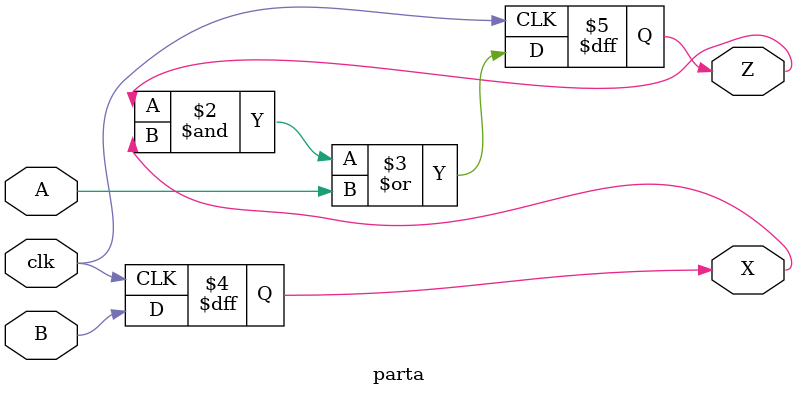
<source format=v>
module parta (
  input A, B, clk,
  output reg X, Z
);
  always @(posedge clk) begin
    X <= B;
    Z <= (Z & X) | A;
  end
endmodule
</source>
